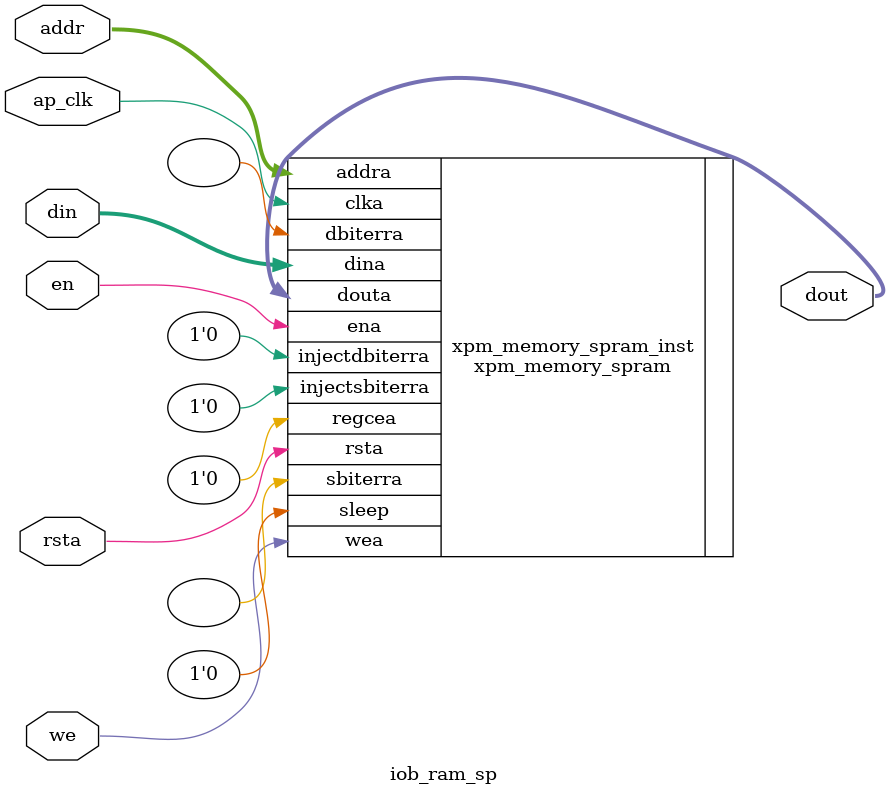
<source format=v>
`timescale 1ns / 1ps


//   //this allows ISE 14.7 to work; do not remove
//   localparam mem_init_file_int = HEXFILE;

//   // Declare the RAM
//   reg [DATA_W-1:0] ram[2**ADDR_W-1:0];

//   // Initialize the RAM
//   initial
//     if(mem_init_file_int != "none")
//       $readmemh(mem_init_file_int, ram, 0, 2**ADDR_W - 1);

//   // Operate the RAM
//   always @ (posedge ap_clk)
//     if(en)
//       if (we)
//         ram[addr] <= din;
//     else
//       dout <= ram[addr];

// endmodule

module iob_ram_sp #(
  parameter HEXFILE = "none",
  parameter DATA_W  = 8     ,
  parameter ADDR_W  = 14
) (
  input                     ap_clk,
  input                     rsta  ,
  input                     en    ,
  input                     we    ,
  input      [(ADDR_W-1):0] addr  ,
  output reg [(DATA_W-1):0] dout  ,
  input      [(DATA_W-1):0] din
);

  localparam MEMORY_SIZE       = DATA_W * (2**ADDR_W);
  localparam mem_init_file_int = HEXFILE             ;

  // xpm_memory_spram: Single Port RAM
  // Xilinx Parameterized Macro, Version 2017.4
  xpm_memory_spram #(
    // Common module parameters
    .MEMORY_SIZE        (MEMORY_SIZE      ), //positive integer
    .MEMORY_PRIMITIVE   ("auto"           ), //string; "auto", "distributed", "block" or "ultra";
    .MEMORY_INIT_FILE   (mem_init_file_int), //string; "none" or "<filename>.mem"
    .MEMORY_INIT_PARAM  (""               ), //string;
    .USE_MEM_INIT       (1                ), //integer; 0,1
    .WAKEUP_TIME        ("disable_sleep"  ), //string; "disable_sleep" or "use_sleep_pin"
    .MESSAGE_CONTROL    (0                ), //integer; 0,1
    .MEMORY_OPTIMIZATION("true"           ), //string; "true", "false"
    // Port A module parameters
    .WRITE_DATA_WIDTH_A (DATA_W           ), //positive integer
    .READ_DATA_WIDTH_A  (DATA_W           ), //positive integer
    .BYTE_WRITE_WIDTH_A (DATA_W           ), //integer; 8, 9, or WRITE_DATA_WIDTH_A value
    .ADDR_WIDTH_A       (ADDR_W           ), //positive integer
    .READ_RESET_VALUE_A ("0"              ), //string
    .ECC_MODE           ("no_ecc"         ), //string; "no_ecc", "encode_only", "decode_only" or "both_encode_and_decode"
    .AUTO_SLEEP_TIME    (0                ), //Do not Change
    .READ_LATENCY_A     (1                ), //non-negative integer
    .WRITE_MODE_A       ("write_first"    )  //string; "write_first", "read_first", "no_change"
  ) xpm_memory_spram_inst (
    // Common module ports
    .sleep         (1'b0  ),
    // Port A module ports
    .clka          (ap_clk),
    .rsta          (rsta  ),
    .ena           (en    ),
    .regcea        (1'b0  ),
    .wea           (we    ),
    .addra         (addr  ),
    .dina          (din   ),
    .injectsbiterra(1'b0  ),
    .injectdbiterra(1'b0  ),
    .douta         (dout  ),
    .sbiterra      (      ),
    .dbiterra      (      )
  );

endmodule





</source>
